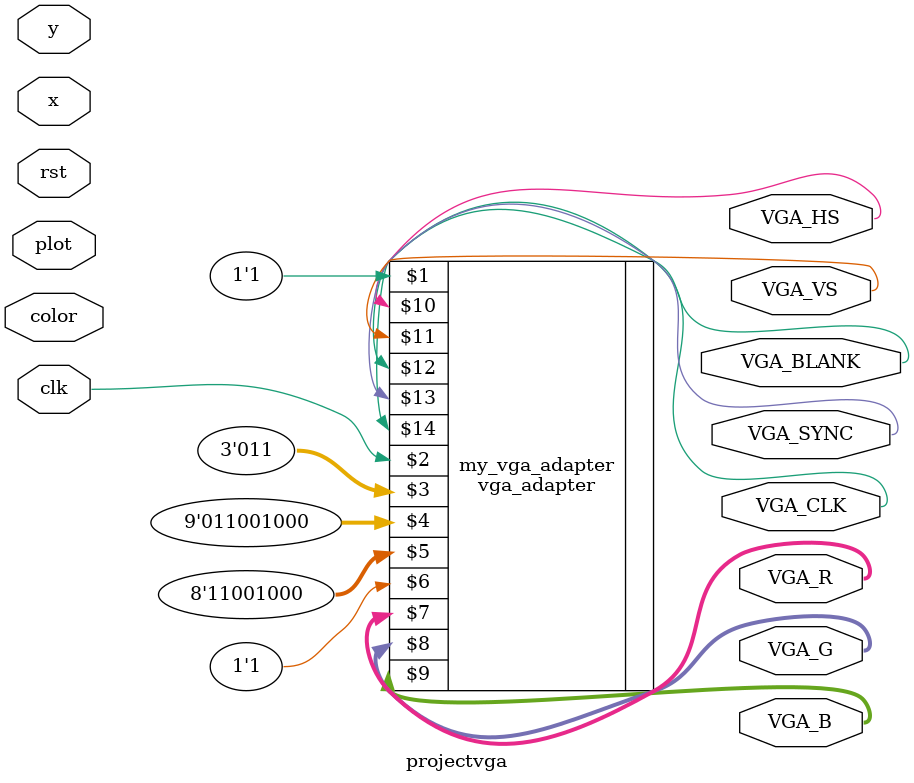
<source format=v>
module projectvga(
clk, 
rst, 
color, 
x, 
y, 
plot, 
VGA_R, 
VGA_G,
VGA_B,
VGA_HS,
VGA_VS,
VGA_BLANK,
VGA_SYNC,
VGA_CLK
);
input clk, rst;
input color;
input [9:0]x;
input [9:0]y;
input plot;
output [9:0]VGA_R;
output [9:0]VGA_G;
output [9:0]VGA_B;
output VGA_HS, VGA_VS, VGA_BLANK, VGA_SYNC, VGA_CLK;


	
vga_adapter my_vga_adapter(1'b1, clk, 3'b011, 9'd200, 8'd200, 1'b1, VGA_R, VGA_G, VGA_B, VGA_HS, VGA_VS, VGA_BLANK, VGA_SYNC, VGA_CLK);
 
endmodule

</source>
